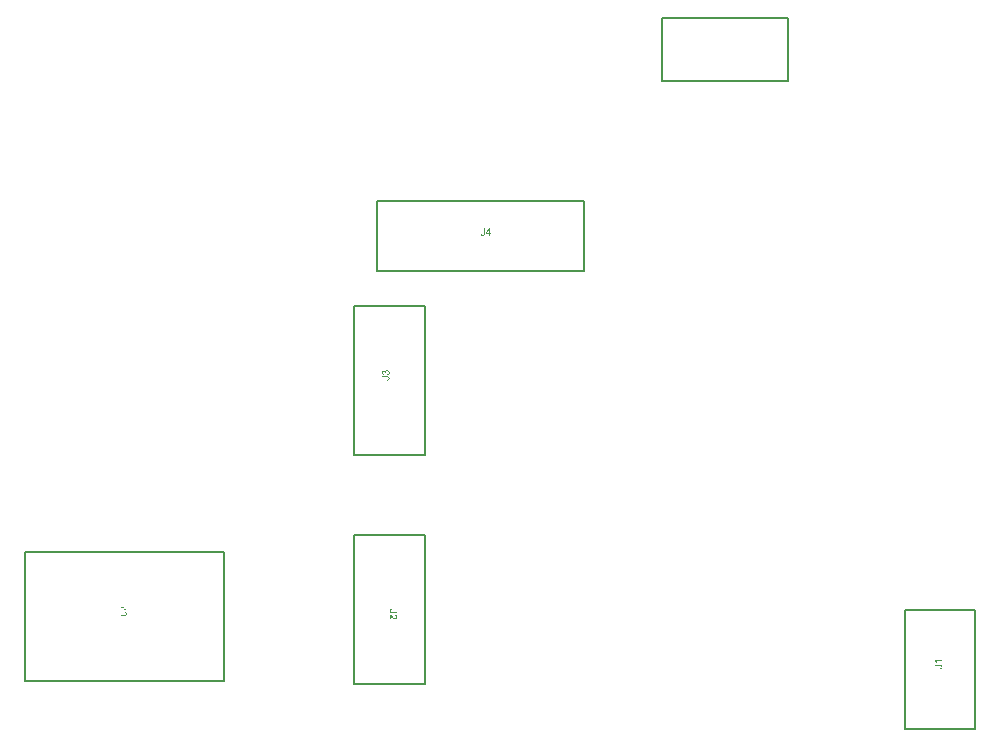
<source format=gbr>
%TF.GenerationSoftware,Altium Limited,Altium Designer,23.0.1 (38)*%
G04 Layer_Color=16711935*
%FSLAX45Y45*%
%MOMM*%
%TF.SameCoordinates,E0F799D9-27B4-45C1-BD14-B3F5E9977550*%
%TF.FilePolarity,Positive*%
%TF.FileFunction,Other,Top_Assembly*%
%TF.Part,Single*%
G01*
G75*
%TA.AperFunction,NonConductor*%
%ADD64C,0.20000*%
G36*
X7900215Y1067585D02*
X7850196D01*
X7850289Y1067493D01*
X7850658Y1067030D01*
X7851213Y1066476D01*
X7851860Y1065551D01*
X7852692Y1064534D01*
X7853617Y1063240D01*
X7854634Y1061760D01*
X7855651Y1060096D01*
Y1060004D01*
X7855743Y1059911D01*
X7856113Y1059357D01*
X7856576Y1058432D01*
X7857130Y1057322D01*
X7857778Y1056028D01*
X7858425Y1054641D01*
X7859072Y1053254D01*
X7859627Y1051868D01*
X7852045D01*
Y1051960D01*
X7851860Y1052145D01*
X7851768Y1052515D01*
X7851491Y1052977D01*
X7851213Y1053532D01*
X7850843Y1054179D01*
X7849919Y1055751D01*
X7848902Y1057600D01*
X7847607Y1059449D01*
X7846128Y1061391D01*
X7844556Y1063332D01*
X7844464Y1063425D01*
X7844371Y1063517D01*
X7844094Y1063794D01*
X7843817Y1064164D01*
X7842892Y1064996D01*
X7841783Y1066106D01*
X7840488Y1067215D01*
X7839009Y1068417D01*
X7837530Y1069434D01*
X7835958Y1070359D01*
Y1075444D01*
X7900215D01*
Y1067585D01*
D02*
G37*
G36*
X7881909Y1035133D02*
X7882648D01*
X7884405Y1034948D01*
X7886439Y1034763D01*
X7888565Y1034393D01*
X7890507Y1033839D01*
X7892356Y1033191D01*
X7892449D01*
X7892541Y1033099D01*
X7893096Y1032822D01*
X7893835Y1032359D01*
X7894852Y1031712D01*
X7895869Y1030788D01*
X7896979Y1029771D01*
X7898088Y1028476D01*
X7899013Y1026997D01*
X7899105Y1026812D01*
X7899383Y1026257D01*
X7899753Y1025425D01*
X7900122Y1024223D01*
X7900585Y1022744D01*
X7900954Y1021080D01*
X7901232Y1019231D01*
X7901324Y1017197D01*
Y1016364D01*
X7901232Y1015810D01*
X7901139Y1015070D01*
X7901047Y1014330D01*
X7900677Y1012389D01*
X7900122Y1010355D01*
X7899290Y1008228D01*
X7898736Y1007119D01*
X7898088Y1006102D01*
X7897349Y1005177D01*
X7896517Y1004253D01*
X7896424Y1004160D01*
X7896332Y1004068D01*
X7895962Y1003883D01*
X7895592Y1003606D01*
X7895130Y1003236D01*
X7894483Y1002866D01*
X7893743Y1002496D01*
X7892911Y1002034D01*
X7891986Y1001664D01*
X7890877Y1001294D01*
X7889767Y1000924D01*
X7888473Y1000555D01*
X7887086Y1000370D01*
X7885514Y1000092D01*
X7883943Y1000000D01*
X7882186D01*
X7881076Y1007674D01*
X7881169D01*
X7881354D01*
X7881724D01*
X7882278Y1007766D01*
X7882833Y1007859D01*
X7883480D01*
X7885052Y1008136D01*
X7886716Y1008413D01*
X7888380Y1008968D01*
X7889860Y1009523D01*
X7890507Y1009893D01*
X7891062Y1010355D01*
X7891154Y1010447D01*
X7891432Y1010817D01*
X7891894Y1011372D01*
X7892356Y1012112D01*
X7892911Y1013129D01*
X7893281Y1014238D01*
X7893650Y1015625D01*
X7893743Y1017104D01*
Y1017659D01*
X7893650Y1018214D01*
X7893558Y1019046D01*
X7893373Y1019878D01*
X7893188Y1020802D01*
X7892818Y1021727D01*
X7892356Y1022651D01*
X7892264Y1022744D01*
X7892079Y1023021D01*
X7891709Y1023391D01*
X7891339Y1023946D01*
X7890692Y1024408D01*
X7890045Y1024963D01*
X7889305Y1025425D01*
X7888380Y1025795D01*
X7888288D01*
X7887918Y1025980D01*
X7887271Y1026072D01*
X7886439Y1026257D01*
X7885329Y1026442D01*
X7883943Y1026535D01*
X7882278Y1026720D01*
X7880337D01*
X7836235D01*
Y1035226D01*
X7879875D01*
X7879967D01*
X7880244D01*
X7880614D01*
X7881169D01*
X7881909Y1035133D01*
D02*
G37*
G36*
X4025224Y4691449D02*
Y4691356D01*
Y4691079D01*
Y4690709D01*
Y4690154D01*
X4025132Y4689415D01*
Y4688675D01*
X4024947Y4686918D01*
X4024762Y4684884D01*
X4024392Y4682758D01*
X4023838Y4680816D01*
X4023190Y4678967D01*
Y4678875D01*
X4023098Y4678782D01*
X4022821Y4678227D01*
X4022358Y4677488D01*
X4021711Y4676471D01*
X4020786Y4675454D01*
X4019769Y4674344D01*
X4018475Y4673235D01*
X4016996Y4672310D01*
X4016811Y4672218D01*
X4016256Y4671940D01*
X4015424Y4671571D01*
X4014222Y4671201D01*
X4012743Y4670738D01*
X4011079Y4670369D01*
X4009229Y4670091D01*
X4007195Y4669999D01*
X4006363D01*
X4005809Y4670091D01*
X4005069Y4670184D01*
X4004329Y4670276D01*
X4002388Y4670646D01*
X4000354Y4671201D01*
X3998227Y4672033D01*
X3997118Y4672588D01*
X3996101Y4673235D01*
X3995176Y4673974D01*
X3994252Y4674806D01*
X3994159Y4674899D01*
X3994067Y4674991D01*
X3993882Y4675361D01*
X3993604Y4675731D01*
X3993235Y4676193D01*
X3992865Y4676841D01*
X3992495Y4677580D01*
X3992033Y4678412D01*
X3991663Y4679337D01*
X3991293Y4680446D01*
X3990923Y4681556D01*
X3990553Y4682850D01*
X3990368Y4684237D01*
X3990091Y4685809D01*
X3989999Y4687381D01*
Y4689137D01*
X3997672Y4690247D01*
Y4690154D01*
Y4689969D01*
Y4689599D01*
X3997765Y4689045D01*
X3997857Y4688490D01*
Y4687843D01*
X3998135Y4686271D01*
X3998412Y4684607D01*
X3998967Y4682943D01*
X3999522Y4681463D01*
X3999891Y4680816D01*
X4000354Y4680261D01*
X4000446Y4680169D01*
X4000816Y4679892D01*
X4001371Y4679429D01*
X4002110Y4678967D01*
X4003127Y4678412D01*
X4004237Y4678042D01*
X4005624Y4677673D01*
X4007103Y4677580D01*
X4007658D01*
X4008212Y4677673D01*
X4009045Y4677765D01*
X4009877Y4677950D01*
X4010801Y4678135D01*
X4011726Y4678505D01*
X4012650Y4678967D01*
X4012743Y4679059D01*
X4013020Y4679244D01*
X4013390Y4679614D01*
X4013945Y4679984D01*
X4014407Y4680631D01*
X4014962Y4681278D01*
X4015424Y4682018D01*
X4015794Y4682943D01*
Y4683035D01*
X4015979Y4683405D01*
X4016071Y4684052D01*
X4016256Y4684884D01*
X4016441Y4685994D01*
X4016533Y4687381D01*
X4016718Y4689045D01*
Y4690986D01*
Y4735088D01*
X4025224D01*
Y4691449D01*
D02*
G37*
G36*
X4068864Y4693668D02*
X4077554D01*
Y4686456D01*
X4068864D01*
Y4671108D01*
X4061005D01*
Y4686456D01*
X4033176D01*
Y4693668D01*
X4062484Y4735088D01*
X4068864D01*
Y4693668D01*
D02*
G37*
G36*
X3201416Y3532740D02*
X3202156Y3532647D01*
X3202988Y3532462D01*
X3203913Y3532277D01*
X3204930Y3532093D01*
X3207149Y3531353D01*
X3208350Y3530798D01*
X3209460Y3530243D01*
X3210662Y3529504D01*
X3211864Y3528672D01*
X3213066Y3527747D01*
X3214175Y3526638D01*
X3214268Y3526545D01*
X3214453Y3526360D01*
X3214730Y3525990D01*
X3215100Y3525528D01*
X3215562Y3524973D01*
X3216024Y3524234D01*
X3216579Y3523402D01*
X3217041Y3522385D01*
X3217596Y3521368D01*
X3218151Y3520166D01*
X3218613Y3518964D01*
X3219075Y3517577D01*
X3219445Y3516098D01*
X3219723Y3514526D01*
X3219907Y3512954D01*
X3220000Y3511197D01*
Y3510365D01*
X3219907Y3509811D01*
X3219815Y3509071D01*
X3219723Y3508239D01*
X3219538Y3507314D01*
X3219353Y3506297D01*
X3218798Y3504078D01*
X3217873Y3501767D01*
X3217319Y3500565D01*
X3216671Y3499456D01*
X3215839Y3498346D01*
X3215007Y3497237D01*
X3214915Y3497144D01*
X3214730Y3496959D01*
X3214453Y3496682D01*
X3214083Y3496404D01*
X3213620Y3495942D01*
X3212973Y3495480D01*
X3212326Y3494925D01*
X3211494Y3494370D01*
X3210569Y3493816D01*
X3209645Y3493261D01*
X3207426Y3492244D01*
X3204837Y3491412D01*
X3203450Y3491134D01*
X3201971Y3490950D01*
X3200954Y3498808D01*
X3201046D01*
X3201231Y3498901D01*
X3201601Y3498993D01*
X3202063Y3499086D01*
X3202618Y3499178D01*
X3203265Y3499363D01*
X3204652Y3499825D01*
X3206316Y3500473D01*
X3207888Y3501305D01*
X3209367Y3502229D01*
X3210662Y3503339D01*
X3210754Y3503524D01*
X3211124Y3503893D01*
X3211586Y3504633D01*
X3212049Y3505558D01*
X3212603Y3506667D01*
X3213066Y3508054D01*
X3213436Y3509626D01*
X3213528Y3511290D01*
Y3511845D01*
X3213436Y3512214D01*
X3213343Y3513231D01*
X3213066Y3514526D01*
X3212603Y3516005D01*
X3211956Y3517577D01*
X3211032Y3519149D01*
X3209737Y3520628D01*
X3209552Y3520813D01*
X3208998Y3521275D01*
X3208166Y3521830D01*
X3207056Y3522570D01*
X3205669Y3523309D01*
X3204097Y3523864D01*
X3202248Y3524326D01*
X3200214Y3524511D01*
X3200122D01*
X3199937D01*
X3199660D01*
X3199290Y3524419D01*
X3198273Y3524326D01*
X3197071Y3524049D01*
X3195592Y3523679D01*
X3194112Y3523032D01*
X3192633Y3522107D01*
X3191246Y3520905D01*
X3191061Y3520720D01*
X3190691Y3520258D01*
X3190137Y3519518D01*
X3189489Y3518501D01*
X3188842Y3517207D01*
X3188288Y3515635D01*
X3187918Y3513879D01*
X3187733Y3511937D01*
Y3511105D01*
X3187825Y3510458D01*
X3187918Y3509626D01*
X3188103Y3508701D01*
X3188288Y3507592D01*
X3188565Y3506390D01*
X3181631Y3507314D01*
Y3507777D01*
X3181723Y3508146D01*
Y3509348D01*
X3181538Y3510365D01*
X3181353Y3511567D01*
X3181076Y3512954D01*
X3180614Y3514526D01*
X3179966Y3516005D01*
X3179134Y3517577D01*
Y3517669D01*
X3179042Y3517762D01*
X3178672Y3518224D01*
X3178025Y3518871D01*
X3177193Y3519611D01*
X3175991Y3520351D01*
X3174604Y3520998D01*
X3173032Y3521460D01*
X3172108Y3521645D01*
X3171091D01*
X3170998D01*
X3170906D01*
X3170351D01*
X3169611Y3521460D01*
X3168594Y3521275D01*
X3167485Y3520905D01*
X3166283Y3520443D01*
X3165081Y3519703D01*
X3163972Y3518686D01*
X3163879Y3518594D01*
X3163509Y3518132D01*
X3163047Y3517484D01*
X3162492Y3516652D01*
X3162030Y3515543D01*
X3161568Y3514248D01*
X3161198Y3512769D01*
X3161105Y3511105D01*
Y3510365D01*
X3161290Y3509533D01*
X3161475Y3508424D01*
X3161845Y3507222D01*
X3162307Y3506020D01*
X3163047Y3504726D01*
X3163972Y3503524D01*
X3164064Y3503431D01*
X3164526Y3503061D01*
X3165174Y3502507D01*
X3166098Y3501859D01*
X3167300Y3501212D01*
X3168779Y3500565D01*
X3170536Y3500010D01*
X3172570Y3499640D01*
X3171183Y3491782D01*
X3171091D01*
X3170813Y3491874D01*
X3170443Y3491967D01*
X3169889Y3492059D01*
X3169242Y3492244D01*
X3168502Y3492521D01*
X3166745Y3493076D01*
X3164711Y3494001D01*
X3162677Y3495110D01*
X3160736Y3496497D01*
X3158979Y3498254D01*
X3158886Y3498346D01*
X3158794Y3498531D01*
X3158609Y3498808D01*
X3158332Y3499178D01*
X3157962Y3499640D01*
X3157592Y3500288D01*
X3157222Y3500935D01*
X3156760Y3501767D01*
X3156020Y3503616D01*
X3155281Y3505743D01*
X3154818Y3508239D01*
X3154634Y3509533D01*
Y3511845D01*
X3154726Y3512862D01*
X3154911Y3514064D01*
X3155188Y3515543D01*
X3155651Y3517207D01*
X3156205Y3518871D01*
X3156945Y3520536D01*
Y3520628D01*
X3157037Y3520720D01*
X3157315Y3521275D01*
X3157869Y3522107D01*
X3158517Y3523032D01*
X3159441Y3524141D01*
X3160458Y3525251D01*
X3161660Y3526360D01*
X3163047Y3527285D01*
X3163232Y3527377D01*
X3163694Y3527655D01*
X3164526Y3528024D01*
X3165543Y3528487D01*
X3166745Y3528949D01*
X3168132Y3529319D01*
X3169704Y3529596D01*
X3171276Y3529689D01*
X3171461D01*
X3172015D01*
X3172755Y3529596D01*
X3173772Y3529411D01*
X3174974Y3529134D01*
X3176268Y3528672D01*
X3177563Y3528117D01*
X3178857Y3527377D01*
X3179042Y3527285D01*
X3179412Y3527007D01*
X3180059Y3526453D01*
X3180799Y3525713D01*
X3181631Y3524788D01*
X3182555Y3523679D01*
X3183387Y3522385D01*
X3184219Y3520813D01*
Y3520905D01*
X3184312Y3521090D01*
X3184404Y3521368D01*
X3184497Y3521737D01*
X3184867Y3522754D01*
X3185421Y3524049D01*
X3186161Y3525528D01*
X3187086Y3527007D01*
X3188288Y3528394D01*
X3189674Y3529689D01*
X3189859Y3529781D01*
X3190414Y3530151D01*
X3191339Y3530706D01*
X3192540Y3531260D01*
X3194020Y3531815D01*
X3195776Y3532370D01*
X3197810Y3532740D01*
X3200029Y3532832D01*
X3200122D01*
X3200399D01*
X3200862D01*
X3201416Y3532740D01*
D02*
G37*
G36*
X3200584Y3480132D02*
X3201324D01*
X3203080Y3479947D01*
X3205114Y3479762D01*
X3207241Y3479393D01*
X3209183Y3478838D01*
X3211032Y3478191D01*
X3211124D01*
X3211217Y3478098D01*
X3211771Y3477821D01*
X3212511Y3477359D01*
X3213528Y3476711D01*
X3214545Y3475787D01*
X3215654Y3474770D01*
X3216764Y3473475D01*
X3217689Y3471996D01*
X3217781Y3471811D01*
X3218058Y3471256D01*
X3218428Y3470424D01*
X3218798Y3469222D01*
X3219260Y3467743D01*
X3219630Y3466079D01*
X3219907Y3464230D01*
X3220000Y3462196D01*
Y3461364D01*
X3219907Y3460809D01*
X3219815Y3460069D01*
X3219723Y3459330D01*
X3219353Y3457388D01*
X3218798Y3455354D01*
X3217966Y3453228D01*
X3217411Y3452118D01*
X3216764Y3451101D01*
X3216024Y3450176D01*
X3215192Y3449252D01*
X3215100Y3449159D01*
X3215007Y3449067D01*
X3214637Y3448882D01*
X3214268Y3448605D01*
X3213805Y3448235D01*
X3213158Y3447865D01*
X3212419Y3447495D01*
X3211586Y3447033D01*
X3210662Y3446663D01*
X3209552Y3446293D01*
X3208443Y3445924D01*
X3207149Y3445554D01*
X3205762Y3445369D01*
X3204190Y3445091D01*
X3202618Y3444999D01*
X3200862D01*
X3199752Y3452673D01*
X3199845D01*
X3200029D01*
X3200399D01*
X3200954Y3452765D01*
X3201509Y3452858D01*
X3202156D01*
X3203728Y3453135D01*
X3205392Y3453412D01*
X3207056Y3453967D01*
X3208535Y3454522D01*
X3209183Y3454892D01*
X3209737Y3455354D01*
X3209830Y3455446D01*
X3210107Y3455816D01*
X3210569Y3456371D01*
X3211032Y3457111D01*
X3211586Y3458128D01*
X3211956Y3459237D01*
X3212326Y3460624D01*
X3212419Y3462103D01*
Y3462658D01*
X3212326Y3463213D01*
X3212234Y3464045D01*
X3212049Y3464877D01*
X3211864Y3465802D01*
X3211494Y3466726D01*
X3211032Y3467651D01*
X3210939Y3467743D01*
X3210754Y3468020D01*
X3210384Y3468390D01*
X3210015Y3468945D01*
X3209367Y3469407D01*
X3208720Y3469962D01*
X3207981Y3470424D01*
X3207056Y3470794D01*
X3206964D01*
X3206594Y3470979D01*
X3205947Y3471072D01*
X3205114Y3471256D01*
X3204005Y3471441D01*
X3202618Y3471534D01*
X3200954Y3471719D01*
X3199012D01*
X3154911D01*
Y3480225D01*
X3198550D01*
X3198643D01*
X3198920D01*
X3199290D01*
X3199845D01*
X3200584Y3480132D01*
D02*
G37*
G36*
X992440Y1495733D02*
X992370D01*
X992088D01*
X991666D01*
X991103Y1495803D01*
X990470Y1495873D01*
X989767Y1496014D01*
X989063Y1496155D01*
X988289Y1496436D01*
X988219D01*
X988148Y1496507D01*
X987726Y1496647D01*
X987093Y1496929D01*
X986249Y1497351D01*
X985264Y1497914D01*
X984138Y1498617D01*
X983012Y1499391D01*
X981816Y1500376D01*
X981746D01*
X981675Y1500517D01*
X981253Y1500869D01*
X980620Y1501502D01*
X979705Y1502417D01*
X978650Y1503472D01*
X977384Y1504809D01*
X975976Y1506427D01*
X974499Y1508186D01*
X974429Y1508256D01*
X974218Y1508538D01*
X973866Y1508960D01*
X973444Y1509452D01*
X972881Y1510086D01*
X972247Y1510860D01*
X971544Y1511634D01*
X970770Y1512548D01*
X969081Y1514307D01*
X967393Y1516066D01*
X966548Y1516910D01*
X965704Y1517684D01*
X964930Y1518388D01*
X964156Y1518951D01*
X964086D01*
X964016Y1519091D01*
X963805Y1519232D01*
X963523Y1519373D01*
X962749Y1519865D01*
X961834Y1520428D01*
X960709Y1520921D01*
X959513Y1521413D01*
X958176Y1521695D01*
X956909Y1521835D01*
X956839D01*
X956769D01*
X956347Y1521765D01*
X955643Y1521695D01*
X954869Y1521484D01*
X953884Y1521202D01*
X952899Y1520710D01*
X951914Y1520076D01*
X950929Y1519232D01*
X950788Y1519091D01*
X950507Y1518740D01*
X950155Y1518247D01*
X949663Y1517473D01*
X949240Y1516488D01*
X948818Y1515362D01*
X948537Y1514026D01*
X948466Y1512548D01*
Y1512126D01*
X948537Y1511845D01*
X948607Y1511000D01*
X948818Y1510015D01*
X949100Y1508960D01*
X949592Y1507764D01*
X950225Y1506638D01*
X951070Y1505583D01*
X951210Y1505442D01*
X951562Y1505161D01*
X952125Y1504738D01*
X952969Y1504316D01*
X953954Y1503824D01*
X955221Y1503402D01*
X956628Y1503120D01*
X958246Y1502979D01*
X957613Y1496858D01*
X957543D01*
X957332Y1496929D01*
X956980D01*
X956487Y1496999D01*
X955924Y1497140D01*
X955291Y1497280D01*
X954517Y1497492D01*
X953743Y1497703D01*
X952055Y1498265D01*
X950366Y1499110D01*
X949522Y1499602D01*
X948678Y1500236D01*
X947904Y1500869D01*
X947200Y1501572D01*
X947130Y1501643D01*
X947059Y1501783D01*
X946848Y1501994D01*
X946637Y1502346D01*
X946356Y1502768D01*
X946074Y1503261D01*
X945723Y1503824D01*
X945371Y1504527D01*
X945019Y1505301D01*
X944667Y1506146D01*
X944386Y1507060D01*
X944104Y1508045D01*
X943893Y1509101D01*
X943682Y1510226D01*
X943612Y1511422D01*
X943541Y1512689D01*
Y1513392D01*
X943612Y1513885D01*
X943682Y1514448D01*
X943752Y1515151D01*
X943893Y1515925D01*
X944034Y1516699D01*
X944526Y1518529D01*
X945230Y1520358D01*
X945652Y1521273D01*
X946145Y1522187D01*
X946778Y1523031D01*
X947481Y1523805D01*
X947552Y1523876D01*
X947622Y1524017D01*
X947904Y1524157D01*
X948185Y1524439D01*
X948537Y1524790D01*
X949029Y1525142D01*
X949522Y1525494D01*
X950155Y1525916D01*
X951492Y1526620D01*
X953180Y1527323D01*
X954025Y1527605D01*
X955010Y1527745D01*
X955995Y1527886D01*
X957050Y1527957D01*
X957191D01*
X957543D01*
X958106Y1527886D01*
X958879Y1527816D01*
X959724Y1527675D01*
X960709Y1527394D01*
X961764Y1527112D01*
X962820Y1526690D01*
X962960Y1526620D01*
X963312Y1526479D01*
X963875Y1526198D01*
X964649Y1525775D01*
X965493Y1525213D01*
X966548Y1524509D01*
X967604Y1523665D01*
X968800Y1522680D01*
X968941Y1522539D01*
X969363Y1522187D01*
X969715Y1521835D01*
X970066Y1521484D01*
X970489Y1521061D01*
X971051Y1520499D01*
X971614Y1519936D01*
X972247Y1519232D01*
X972951Y1518529D01*
X973725Y1517684D01*
X974499Y1516770D01*
X975414Y1515785D01*
X976328Y1514659D01*
X977313Y1513533D01*
X977384Y1513463D01*
X977524Y1513322D01*
X977735Y1513041D01*
X978017Y1512689D01*
X978439Y1512267D01*
X978861Y1511774D01*
X979776Y1510648D01*
X980831Y1509452D01*
X981887Y1508327D01*
X982801Y1507342D01*
X983153Y1506920D01*
X983505Y1506568D01*
X983575Y1506497D01*
X983786Y1506286D01*
X984068Y1506005D01*
X984490Y1505653D01*
X984982Y1505301D01*
X985475Y1504879D01*
X986671Y1504035D01*
Y1528027D01*
X992440D01*
Y1495733D01*
D02*
G37*
G36*
X973725Y1488204D02*
X974429D01*
X975273Y1488134D01*
X976117Y1488064D01*
X978017Y1487852D01*
X979987Y1487571D01*
X981887Y1487149D01*
X982801Y1486867D01*
X983645Y1486586D01*
X983716D01*
X983857Y1486516D01*
X984068Y1486375D01*
X984349Y1486234D01*
X985123Y1485812D01*
X986108Y1485179D01*
X987234Y1484335D01*
X988359Y1483350D01*
X989556Y1482083D01*
X990611Y1480535D01*
Y1480465D01*
X990752Y1480324D01*
X990822Y1480113D01*
X991033Y1479761D01*
X991244Y1479339D01*
X991455Y1478776D01*
X991666Y1478213D01*
X991948Y1477510D01*
X992229Y1476736D01*
X992440Y1475892D01*
X992651Y1474977D01*
X992862Y1473922D01*
X993003Y1472866D01*
X993144Y1471741D01*
X993285Y1469208D01*
Y1468574D01*
X993214Y1468082D01*
Y1467519D01*
X993144Y1466815D01*
X993073Y1466042D01*
X993003Y1465268D01*
X992722Y1463509D01*
X992300Y1461609D01*
X991737Y1459780D01*
X990963Y1458021D01*
Y1457950D01*
X990822Y1457810D01*
X990681Y1457599D01*
X990541Y1457317D01*
X989978Y1456543D01*
X989204Y1455629D01*
X988219Y1454573D01*
X987093Y1453588D01*
X985686Y1452603D01*
X984138Y1451829D01*
X984068D01*
X983927Y1451759D01*
X983645Y1451688D01*
X983294Y1451548D01*
X982872Y1451407D01*
X982309Y1451266D01*
X981675Y1451055D01*
X980902Y1450915D01*
X980057Y1450774D01*
X979143Y1450563D01*
X978158Y1450422D01*
X977102Y1450281D01*
X975906Y1450141D01*
X974640Y1450070D01*
X973303Y1450000D01*
X971896D01*
X943752D01*
Y1456473D01*
X971896D01*
X971966D01*
X972177D01*
X972529D01*
X972951D01*
X973444Y1456543D01*
X974077D01*
X975414Y1456614D01*
X976961Y1456754D01*
X978509Y1456965D01*
X979987Y1457247D01*
X980620Y1457387D01*
X981253Y1457599D01*
X981394Y1457669D01*
X981746Y1457810D01*
X982238Y1458161D01*
X982942Y1458584D01*
X983645Y1459076D01*
X984419Y1459780D01*
X985193Y1460624D01*
X985827Y1461609D01*
X985897Y1461750D01*
X986108Y1462101D01*
X986319Y1462735D01*
X986601Y1463579D01*
X986952Y1464564D01*
X987163Y1465830D01*
X987374Y1467167D01*
X987445Y1468645D01*
Y1469348D01*
X987374Y1469770D01*
Y1470404D01*
X987304Y1471037D01*
X987023Y1472585D01*
X986671Y1474273D01*
X986108Y1475892D01*
X985334Y1477440D01*
X984842Y1478143D01*
X984279Y1478776D01*
X984208Y1478847D01*
X984138Y1478917D01*
X983927Y1479058D01*
X983645Y1479269D01*
X983223Y1479480D01*
X982801Y1479761D01*
X982168Y1480043D01*
X981535Y1480324D01*
X980761Y1480606D01*
X979846Y1480817D01*
X978791Y1481098D01*
X977665Y1481309D01*
X976399Y1481520D01*
X975062Y1481661D01*
X973514Y1481802D01*
X971896D01*
X943752D01*
Y1488275D01*
X971896D01*
X971966D01*
X972247D01*
X972599D01*
X973092D01*
X973725Y1488204D01*
D02*
G37*
G36*
X3240245Y1502327D02*
X3240153D01*
X3239968D01*
X3239598D01*
X3239043Y1502235D01*
X3238489Y1502142D01*
X3237841D01*
X3236270Y1501865D01*
X3234605Y1501588D01*
X3232941Y1501033D01*
X3231462Y1500478D01*
X3230815Y1500108D01*
X3230260Y1499646D01*
X3230168Y1499554D01*
X3229890Y1499184D01*
X3229428Y1498629D01*
X3228966Y1497889D01*
X3228411Y1496872D01*
X3228041Y1495763D01*
X3227671Y1494376D01*
X3227579Y1492897D01*
Y1492342D01*
X3227671Y1491787D01*
X3227764Y1490955D01*
X3227949Y1490123D01*
X3228133Y1489198D01*
X3228503Y1488274D01*
X3228966Y1487349D01*
X3229058Y1487257D01*
X3229243Y1486979D01*
X3229613Y1486610D01*
X3229983Y1486055D01*
X3230630Y1485593D01*
X3231277Y1485038D01*
X3232017Y1484576D01*
X3232941Y1484206D01*
X3233034D01*
X3233403Y1484021D01*
X3234051Y1483928D01*
X3234883Y1483744D01*
X3235992Y1483559D01*
X3237379Y1483466D01*
X3239043Y1483281D01*
X3240985D01*
X3285086D01*
Y1474775D01*
X3241447D01*
X3241355D01*
X3241077D01*
X3240708D01*
X3240153D01*
X3239413Y1474868D01*
X3238673D01*
X3236917Y1475053D01*
X3234883Y1475238D01*
X3232756Y1475607D01*
X3230815Y1476162D01*
X3228966Y1476809D01*
X3228873D01*
X3228781Y1476902D01*
X3228226Y1477179D01*
X3227486Y1477641D01*
X3226469Y1478289D01*
X3225452Y1479213D01*
X3224343Y1480230D01*
X3223233Y1481525D01*
X3222309Y1483004D01*
X3222216Y1483189D01*
X3221939Y1483744D01*
X3221569Y1484576D01*
X3221199Y1485778D01*
X3220737Y1487257D01*
X3220367Y1488921D01*
X3220090Y1490770D01*
X3219997Y1492804D01*
Y1493636D01*
X3220090Y1494191D01*
X3220182Y1494931D01*
X3220275Y1495670D01*
X3220645Y1497612D01*
X3221199Y1499646D01*
X3222031Y1501772D01*
X3222586Y1502882D01*
X3223233Y1503899D01*
X3223973Y1504824D01*
X3224805Y1505748D01*
X3224898Y1505841D01*
X3224990Y1505933D01*
X3225360Y1506118D01*
X3225730Y1506395D01*
X3226192Y1506765D01*
X3226839Y1507135D01*
X3227579Y1507505D01*
X3228411Y1507967D01*
X3229335Y1508337D01*
X3230445Y1508707D01*
X3231554Y1509076D01*
X3232849Y1509446D01*
X3234236Y1509631D01*
X3235807Y1509909D01*
X3237379Y1510001D01*
X3239136D01*
X3240245Y1502327D01*
D02*
G37*
G36*
X3222864Y1465160D02*
X3223696Y1465067D01*
X3224620Y1464883D01*
X3225545Y1464698D01*
X3226562Y1464328D01*
X3226654D01*
X3226747Y1464235D01*
X3227301Y1464050D01*
X3228133Y1463681D01*
X3229243Y1463126D01*
X3230537Y1462386D01*
X3232017Y1461462D01*
X3233496Y1460445D01*
X3235068Y1459150D01*
X3235160D01*
X3235253Y1458965D01*
X3235807Y1458503D01*
X3236639Y1457671D01*
X3237841Y1456469D01*
X3239228Y1455082D01*
X3240892Y1453326D01*
X3242742Y1451199D01*
X3244683Y1448888D01*
X3244776Y1448795D01*
X3245053Y1448425D01*
X3245515Y1447871D01*
X3246070Y1447223D01*
X3246810Y1446391D01*
X3247642Y1445374D01*
X3248566Y1444357D01*
X3249583Y1443155D01*
X3251802Y1440844D01*
X3254021Y1438533D01*
X3255131Y1437423D01*
X3256240Y1436406D01*
X3257257Y1435482D01*
X3258274Y1434742D01*
X3258367D01*
X3258459Y1434557D01*
X3258736Y1434372D01*
X3259106Y1434187D01*
X3260123Y1433540D01*
X3261325Y1432800D01*
X3262804Y1432153D01*
X3264376Y1431506D01*
X3266133Y1431136D01*
X3267797Y1430951D01*
X3267890D01*
X3267982D01*
X3268537Y1431044D01*
X3269461Y1431136D01*
X3270478Y1431413D01*
X3271773Y1431783D01*
X3273067Y1432430D01*
X3274361Y1433263D01*
X3275656Y1434372D01*
X3275841Y1434557D01*
X3276211Y1435019D01*
X3276673Y1435666D01*
X3277320Y1436683D01*
X3277875Y1437978D01*
X3278430Y1439457D01*
X3278799Y1441214D01*
X3278892Y1443155D01*
Y1443710D01*
X3278799Y1444080D01*
X3278707Y1445189D01*
X3278430Y1446484D01*
X3278060Y1447871D01*
X3277413Y1449442D01*
X3276580Y1450922D01*
X3275471Y1452308D01*
X3275286Y1452493D01*
X3274824Y1452863D01*
X3274084Y1453418D01*
X3272975Y1453973D01*
X3271680Y1454620D01*
X3270016Y1455175D01*
X3268167Y1455544D01*
X3266040Y1455729D01*
X3266873Y1463773D01*
X3266965D01*
X3267242Y1463681D01*
X3267705D01*
X3268352Y1463588D01*
X3269092Y1463403D01*
X3269924Y1463218D01*
X3270941Y1462941D01*
X3271958Y1462664D01*
X3274177Y1461924D01*
X3276396Y1460814D01*
X3277505Y1460167D01*
X3278614Y1459335D01*
X3279631Y1458503D01*
X3280556Y1457578D01*
X3280649Y1457486D01*
X3280741Y1457301D01*
X3281018Y1457024D01*
X3281296Y1456561D01*
X3281666Y1456007D01*
X3282035Y1455360D01*
X3282498Y1454620D01*
X3282960Y1453695D01*
X3283422Y1452678D01*
X3283884Y1451569D01*
X3284254Y1450367D01*
X3284624Y1449073D01*
X3284901Y1447686D01*
X3285179Y1446206D01*
X3285271Y1444635D01*
X3285364Y1442970D01*
Y1442046D01*
X3285271Y1441399D01*
X3285179Y1440659D01*
X3285086Y1439734D01*
X3284901Y1438717D01*
X3284717Y1437700D01*
X3284069Y1435297D01*
X3283145Y1432893D01*
X3282590Y1431691D01*
X3281943Y1430489D01*
X3281111Y1429379D01*
X3280186Y1428362D01*
X3280094Y1428270D01*
X3280001Y1428085D01*
X3279631Y1427900D01*
X3279262Y1427530D01*
X3278799Y1427068D01*
X3278152Y1426606D01*
X3277505Y1426143D01*
X3276673Y1425589D01*
X3274916Y1424664D01*
X3272697Y1423740D01*
X3271588Y1423370D01*
X3270293Y1423185D01*
X3268999Y1423000D01*
X3267612Y1422907D01*
X3267427D01*
X3266965D01*
X3266225Y1423000D01*
X3265208Y1423092D01*
X3264099Y1423277D01*
X3262804Y1423647D01*
X3261418Y1424017D01*
X3260031Y1424572D01*
X3259846Y1424664D01*
X3259384Y1424849D01*
X3258644Y1425219D01*
X3257627Y1425774D01*
X3256517Y1426513D01*
X3255131Y1427438D01*
X3253744Y1428547D01*
X3252172Y1429842D01*
X3251987Y1430027D01*
X3251432Y1430489D01*
X3250970Y1430951D01*
X3250508Y1431413D01*
X3249953Y1431968D01*
X3249213Y1432708D01*
X3248474Y1433447D01*
X3247642Y1434372D01*
X3246717Y1435297D01*
X3245700Y1436406D01*
X3244683Y1437608D01*
X3243481Y1438902D01*
X3242279Y1440382D01*
X3240985Y1441861D01*
X3240892Y1441953D01*
X3240708Y1442138D01*
X3240430Y1442508D01*
X3240060Y1442970D01*
X3239506Y1443525D01*
X3238951Y1444172D01*
X3237749Y1445652D01*
X3236362Y1447223D01*
X3234975Y1448703D01*
X3233773Y1449997D01*
X3233311Y1450552D01*
X3232849Y1451014D01*
X3232756Y1451107D01*
X3232479Y1451384D01*
X3232109Y1451754D01*
X3231554Y1452216D01*
X3230907Y1452678D01*
X3230260Y1453233D01*
X3228688Y1454343D01*
Y1422815D01*
X3221107D01*
Y1465252D01*
X3221199D01*
X3221569D01*
X3222124D01*
X3222864Y1465160D01*
D02*
G37*
%LPC*%
G36*
X4061005Y4722329D02*
X4040849Y4693668D01*
X4061005D01*
Y4722329D01*
D02*
G37*
%LPD*%
D64*
X7584999Y495000D02*
X8179999D01*
Y1505001D01*
X7584999D02*
X8179999D01*
X7584999Y495000D02*
Y1505001D01*
X3110001Y4372498D02*
Y4967498D01*
Y4372498D02*
X4869998D01*
Y4967498D01*
X3110001D02*
X4869998D01*
X2922499Y2815001D02*
X3517499D01*
Y4074998D01*
X2922499D02*
X3517499D01*
X2922499Y2815001D02*
Y4074998D01*
X5529997Y5983500D02*
X6590000D01*
X5529997D02*
Y6511500D01*
X6590000D01*
Y5983500D02*
Y6511500D01*
X133243Y902795D02*
Y1997215D01*
X1815673D01*
Y902795D02*
Y1997215D01*
X133243Y902795D02*
X1815673D01*
X2922499Y2140001D02*
X3517499D01*
X2922499Y879998D02*
Y2140001D01*
Y879998D02*
X3517499D01*
Y2140001D01*
%TF.MD5,1d8e8abcf8bee1dbd196cded71bb25a9*%
M02*

</source>
